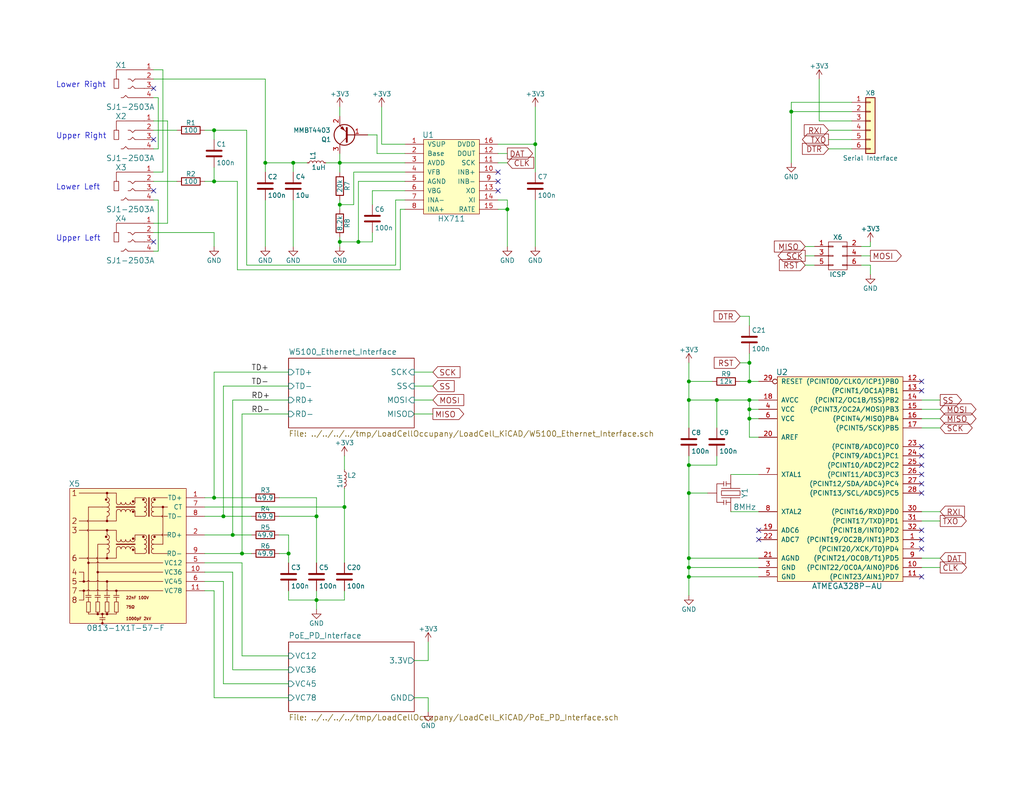
<source format=kicad_sch>
(kicad_sch (version 20230121) (generator eeschema)
  (paper "USLetter")
  (title_block (title "Load Cell Occupancy Sensor") (date "2018-03-17") (rev "4") (company "Alex M."))
  (lib_symbols
    (symbol "LoadCell-rescue:+3.3V" (power) (pin_names (offset 0))
      (property "Value" "+3.3V" (at 0 3.556 0))
      (symbol "+3.3V_1_1"
        (pin power_in line (at 0 0 90) (length 0) hide (name "+3V3") (number "1"))
      )
    )
    (symbol "LoadCell-rescue:0813-1X1T-57-F" (pin_names (offset 1.016))
      (property "Reference" "X" (at -13.97 21.59 0))
      (property "Value" "0813-1X1T-57-F" (at 0 -17.78 0))
      (symbol "0813-1X1T-57-F_0_0"
        (text "1" (at -13.97 19.05 0) (effects (font (size 1.524 1.524))))
        (text "1000pF 2kV" (at 0 -15.24 0) (effects (font (size 0.762 0.762)) (justify left)))
        (text "2" (at -13.97 11.43 0) (effects (font (size 1.524 1.524))))
        (text "22nF 100V" (at 0 -9.525 0) (effects (font (size 0.762 0.762)) (justify left)))
        (text "3" (at -13.97 8.89 0) (effects (font (size 1.524 1.524))))
        (text "4" (at -13.97 -2.54 0) (effects (font (size 1.524 1.524))))
        (text "5" (at -13.97 -5.08 0) (effects (font (size 1.524 1.524))))
        (text "6" (at -13.97 1.27 0) (effects (font (size 1.524 1.524))))
        (text "7" (at -13.97 -7.62 0) (effects (font (size 1.524 1.524))))
        (text "75Ω" (at 0 -12.065 0) (effects (font (size 0.762 0.762)) (justify left)))
        (text "8" (at -13.97 -10.16 0) (effects (font (size 1.524 1.524))))
      )
      (symbol "0813-1X1T-57-F_1_1"
        (pin input line (at 21.59 17.78 180) (length 5.08) (name "TD+") (number "1"))
        (pin power_out line (at 21.59 -2.54 180) (length 5.08) (name "VC36") (number "10"))
        (pin power_out line (at 21.59 -7.62 180) (length 5.08) (name "VC78") (number "11"))
        (pin input line (at 21.59 7.62 180) (length 5.08) (name "RD+") (number "2"))
        (pin power_out line (at 21.59 0 180) (length 5.08) (name "VC12") (number "5"))
        (pin power_out line (at 21.59 -5.08 180) (length 5.08) (name "VC45") (number "6"))
        (pin input line (at 21.59 15.24 180) (length 5.08) (name "CT") (number "7"))
        (pin input line (at 21.59 12.7 180) (length 5.08) (name "TD-") (number "8"))
        (pin input line (at 21.59 2.54 180) (length 5.08) (name "RD-") (number "9"))
      )
    )
    (symbol "LoadCell-rescue:ATMEGA328P-AU-RESCUE-LoadCell" (pin_names (offset 1.016))
      (property "Reference" "U" (at -16.51 26.67 0))
      (property "Value" "ATMEGA328P-AU-RESCUE-LoadCell" (at 1.27 -31.75 0))
      (symbol "ATMEGA328P-AU-RESCUE-LoadCell_1_1"
        (pin bidirectional line (at 21.59 -19.05 180) (length 5.08) (name "(PCINT19/OC2B/INT1)PD3") (number "1"))
        (pin bidirectional line (at 21.59 -26.67 180) (length 5.08) (name "(PCINT22/OC0A/AIN0)PD6") (number "10"))
        (pin bidirectional line (at 21.59 -29.21 180) (length 5.08) (name "(PCINT23/AIN1)PD7") (number "11"))
        (pin bidirectional line (at 21.59 24.13 180) (length 5.08) (name "(PCINTO0/CLK0/ICP1)PB0") (number "12"))
        (pin bidirectional line (at 21.59 21.59 180) (length 5.08) (name "(PCINT1/OC1A)PB1") (number "13"))
        (pin bidirectional line (at 21.59 19.05 180) (length 5.08) (name "(PCINT2/OC1B/!SS)PB2") (number "14"))
        (pin bidirectional line (at 21.59 16.51 180) (length 5.08) (name "(PCINT3/OC2A/MOSI)PB3") (number "15"))
        (pin bidirectional line (at 21.59 13.97 180) (length 5.08) (name "(PCINT4/MISO)PB4") (number "16"))
        (pin bidirectional line (at 21.59 11.43 180) (length 5.08) (name "(PCINT5/SCK)PB5") (number "17"))
        (pin power_in line (at -22.86 19.05 0) (length 5.08) (name "AVCC") (number "18"))
        (pin input line (at -22.86 -16.51 0) (length 5.08) (name "ADC6") (number "19"))
        (pin bidirectional line (at 21.59 -21.59 180) (length 5.08) (name "(PCINT20/XCK/T0)PD4") (number "2"))
        (pin input line (at -22.86 8.89 0) (length 5.08) (name "AREF") (number "20"))
        (pin power_in line (at -22.86 -24.13 0) (length 5.08) (name "AGND") (number "21"))
        (pin input line (at -22.86 -19.05 0) (length 5.08) (name "ADC7") (number "22"))
        (pin bidirectional line (at 21.59 6.35 180) (length 5.08) (name "(PCINT8/ADC0)PC0") (number "23"))
        (pin bidirectional line (at 21.59 3.81 180) (length 5.08) (name "(PCINT9/ADC1)PC1") (number "24"))
        (pin bidirectional line (at 21.59 1.27 180) (length 5.08) (name "(PCINT10/ADC2)PC2") (number "25"))
        (pin bidirectional line (at 21.59 -1.27 180) (length 5.08) (name "(PCINT11/ADC3)PC3") (number "26"))
        (pin bidirectional line (at 21.59 -3.81 180) (length 5.08) (name "(PCINT12/SDA/ADC4)PC4") (number "27"))
        (pin bidirectional line (at 21.59 -6.35 180) (length 5.08) (name "(PCINT13/SCL/ADC5)PC5") (number "28"))
        (pin input inverted (at -22.86 24.13 0) (length 5.08) (name "RESET") (number "29"))
        (pin power_in line (at -22.86 -26.67 0) (length 5.08) (name "GND") (number "3"))
        (pin bidirectional line (at 21.59 -11.43 180) (length 5.08) (name "(PCINT16/RXD)PD0") (number "30"))
        (pin bidirectional line (at 21.59 -13.97 180) (length 5.08) (name "(PCINT17/TXD)PD1") (number "31"))
        (pin bidirectional line (at 21.59 -16.51 180) (length 5.08) (name "(PCINT18/INT0)PD2") (number "32"))
        (pin power_in line (at -22.86 16.51 0) (length 5.08) (name "VCC") (number "4"))
        (pin power_in line (at -22.86 -29.21 0) (length 5.08) (name "GND") (number "5"))
        (pin power_in line (at -22.86 13.97 0) (length 5.08) (name "VCC") (number "6"))
        (pin bidirectional line (at -22.86 -1.27 0) (length 5.08) (name "XTAL1") (number "7"))
        (pin bidirectional line (at -22.86 -11.43 0) (length 5.08) (name "XTAL2") (number "8"))
        (pin bidirectional line (at 21.59 -24.13 180) (length 5.08) (name "(PCINT21/OC0B/T1)PD5") (number "9"))
      )
    )
    (symbol "LoadCell-rescue:C" (pin_numbers hide) (pin_names (offset 0.254))
      (property "Reference" "C" (at 0.635 2.54 0))
      (property "Value" "C" (at 0.635 -2.54 0))
      (symbol "C_1_1"
        (pin passive line (at 0 3.81 270) (length 2.794) (name "~") (number "1"))
        (pin passive line (at 0 -3.81 90) (length 2.794) (name "~") (number "2"))
      )
    )
    (symbol "LoadCell-rescue:CONN_02X03" (pin_names (offset 0.0254) hide)
      (property "Reference" "P" (at 0 5.08 0))
      (property "Value" "CONN_02X03" (at 0 -5.08 0))
      (symbol "CONN_02X03_1_1"
        (pin passive line (at -6.35 2.54 0) (length 3.81) (name "P1") (number "1"))
        (pin passive line (at 6.35 2.54 180) (length 3.81) (name "P2") (number "2"))
        (pin passive line (at -6.35 0 0) (length 3.81) (name "P3") (number "3"))
        (pin passive line (at 6.35 0 180) (length 3.81) (name "P4") (number "4"))
        (pin passive line (at -6.35 -2.54 0) (length 3.81) (name "P5") (number "5"))
        (pin passive line (at 6.35 -2.54 180) (length 3.81) (name "P6") (number "6"))
      )
    )
    (symbol "LoadCell-rescue:Conn_01x06" (pin_names (offset 1.016) hide)
      (property "Reference" "J" (at 0 7.62 0))
      (property "Value" "Conn_01x06" (at 0 -10.16 0))
      (symbol "Conn_01x06_1_1"
        (pin passive line (at -5.08 5.08 0) (length 3.81) (name "Pin_1") (number "1"))
        (pin passive line (at -5.08 2.54 0) (length 3.81) (name "Pin_2") (number "2"))
        (pin passive line (at -5.08 0 0) (length 3.81) (name "Pin_3") (number "3"))
        (pin passive line (at -5.08 -2.54 0) (length 3.81) (name "Pin_4") (number "4"))
        (pin passive line (at -5.08 -5.08 0) (length 3.81) (name "Pin_5") (number "5"))
        (pin passive line (at -5.08 -7.62 0) (length 3.81) (name "Pin_6") (number "6"))
      )
    )
    (symbol "LoadCell-rescue:GND" (power) (pin_names (offset 0))
      (property "Value" "GND" (at 0 -3.81 0))
      (symbol "GND_1_1"
        (pin power_in line (at 0 0 270) (length 0) hide (name "GND") (number "1"))
      )
    )
    (symbol "LoadCell-rescue:HX711" (pin_names (offset 1.016))
      (property "Reference" "U" (at -6.35 11.43 0))
      (property "Value" "HX711" (at 0 -11.43 0))
      (symbol "HX711_1_1"
        (pin power_in line (at -12.7 8.89 0) (length 5.08) (name "VSUP") (number "1"))
        (pin input line (at 12.7 1.27 180) (length 5.08) (name "INB+") (number "10"))
        (pin input line (at 12.7 3.81 180) (length 5.08) (name "SCK") (number "11"))
        (pin output line (at 12.7 6.35 180) (length 5.08) (name "DOUT") (number "12"))
        (pin bidirectional line (at 12.7 -3.81 180) (length 5.08) (name "XO") (number "13"))
        (pin bidirectional line (at 12.7 -6.35 180) (length 5.08) (name "XI") (number "14"))
        (pin input line (at 12.7 -8.89 180) (length 5.08) (name "RATE") (number "15"))
        (pin power_in line (at 12.7 8.89 180) (length 5.08) (name "DVDD") (number "16"))
        (pin output line (at -12.7 6.35 0) (length 5.08) (name "Base") (number "2"))
        (pin power_in line (at -12.7 3.81 0) (length 5.08) (name "AVDD") (number "3"))
        (pin input line (at -12.7 1.27 0) (length 5.08) (name "VFB") (number "4"))
        (pin input line (at -12.7 -1.27 0) (length 5.08) (name "AGND") (number "5"))
        (pin output line (at -12.7 -3.81 0) (length 5.08) (name "VBG") (number "6"))
        (pin input line (at -12.7 -6.35 0) (length 5.08) (name "INA-") (number "7"))
        (pin input line (at -12.7 -8.89 0) (length 5.08) (name "INA+") (number "8"))
        (pin input line (at 12.7 -1.27 180) (length 5.08) (name "INB-") (number "9"))
      )
    )
    (symbol "LoadCell-rescue:L_Small" (pin_numbers hide) (pin_names (offset 0.254) hide)
      (property "Reference" "L" (at 0.762 1.016 0))
      (property "Value" "L_Small" (at 0.762 -1.016 0))
      (symbol "L_Small_1_1"
        (pin passive line (at 0 2.54 270) (length 0.508) (name "~") (number "1"))
        (pin passive line (at 0 -2.54 90) (length 0.508) (name "~") (number "2"))
      )
    )
    (symbol "LoadCell-rescue:Q_PNP_BEC" (pin_names (offset 0) hide)
      (property "Reference" "Q" (at 5.08 1.27 0))
      (property "Value" "Q_PNP_BEC" (at 5.08 -1.27 0))
      (symbol "Q_PNP_BEC_1_1"
        (pin input line (at -5.08 0 0) (length 5.715) (name "B") (number "1"))
        (pin passive line (at 2.54 -5.08 90) (length 2.54) (name "E") (number "2"))
        (pin passive line (at 2.54 5.08 270) (length 2.54) (name "C") (number "3"))
      )
    )
    (symbol "LoadCell-rescue:R" (pin_numbers hide) (pin_names (offset 0))
      (property "Reference" "R" (at 2.032 0 90))
      (property "Value" "R" (at 0 0 90))
      (symbol "R_1_1"
        (pin passive line (at 0 3.81 270) (length 1.27) (name "~") (number "1"))
        (pin passive line (at 0 -3.81 90) (length 1.27) (name "~") (number "2"))
      )
    )
    (symbol "LoadCell-rescue:Resonator-RESCUE-LoadCell" (pin_numbers hide) (pin_names (offset 1.016))
      (property "Reference" "Y" (at 0 3.81 0))
      (property "Value" "Resonator-RESCUE-LoadCell" (at 3.81 6.35 0))
      (symbol "Resonator-RESCUE-LoadCell_1_1"
        (pin output line (at -5.08 0 0) (length 2.54) (name "~") (number "1"))
        (pin power_in line (at 0 -6.35 90) (length 2.54) (name "~") (number "2"))
        (pin output line (at 5.08 0 180) (length 2.54) (name "~") (number "3"))
      )
    )
    (symbol "LoadCell-rescue:SJ1-2503A" (pin_names (offset 1.016) hide)
      (property "Reference" "X" (at 0 5.08 0))
      (property "Value" "SJ1-2503A" (at 2.54 -6.35 0))
      (symbol "SJ1-2503A_1_1"
        (pin bidirectional line (at 8.89 3.81 180) (length 2.54) (name "Case") (number "1"))
        (pin bidirectional line (at 8.89 1.27 180) (length 2.54) (name "~") (number "2"))
        (pin bidirectional line (at 8.89 -1.27 180) (length 2.54) (name "~") (number "3"))
        (pin bidirectional line (at 8.89 -3.81 180) (length 2.54) (name "~") (number "4"))
      )
    )
  )
  (junction (at 86.36 140.97))
  (junction (at 204.47 104.14))
  (junction (at 187.96 109.22))
  (junction (at 66.04 151.13))
  (junction (at 204.47 109.22))
  (junction (at 78.74 151.13))
  (junction (at 187.96 152.4))
  (junction (at 138.43 57.15))
  (junction (at 92.71 66.04))
  (junction (at 204.47 114.3))
  (junction (at 92.71 55.88))
  (junction (at 72.39 44.45))
  (junction (at 187.96 154.94))
  (junction (at 63.5 146.05))
  (junction (at 204.47 111.76))
  (junction (at 58.42 35.56))
  (junction (at 187.96 127))
  (junction (at 86.36 163.83))
  (junction (at 92.71 44.45))
  (junction (at 187.96 134.62))
  (junction (at 195.58 109.22))
  (junction (at 60.96 140.97))
  (junction (at 215.9 30.48))
  (junction (at 80.01 44.45))
  (junction (at 146.05 39.37))
  (junction (at 204.47 99.06))
  (junction (at 93.98 138.43))
  (junction (at 97.79 66.04))
  (junction (at 58.42 135.89))
  (junction (at 58.42 49.53))
  (junction (at 187.96 104.14))
  (junction (at 187.96 157.48))
  (no_connect (at 251.46 157.48))
  (no_connect (at 207.01 144.78))
  (no_connect (at 251.46 104.14))
  (no_connect (at 135.89 52.07))
  (no_connect (at 251.46 132.08))
  (no_connect (at 251.46 147.32))
  (no_connect (at 135.89 49.53))
  (no_connect (at 135.89 46.99))
  (no_connect (at 251.46 124.46))
  (no_connect (at 251.46 149.86))
  (no_connect (at 41.91 52.07))
  (no_connect (at 251.46 144.78))
  (no_connect (at 251.46 106.68))
  (no_connect (at 41.91 66.04))
  (no_connect (at 251.46 129.54))
  (no_connect (at 41.91 38.1))
  (no_connect (at 41.91 24.13))
  (no_connect (at 251.46 134.62))
  (no_connect (at 251.46 127))
  (no_connect (at 207.01 147.32))
  (no_connect (at 251.46 121.92))
  (wire (pts (xy 187.96 109.22) (xy 187.96 116.84)))
  (wire (pts (xy 187.96 109.22) (xy 195.58 109.22)))
  (wire (pts (xy 215.9 30.48) (xy 215.9 44.45)))
  (wire (pts (xy 187.96 157.48) (xy 187.96 162.56)))
  (wire (pts (xy 204.47 114.3) (xy 204.47 119.38)))
  (wire (pts (xy 107.95 72.39) (xy 67.31 72.39)))
  (wire (pts (xy 55.88 49.53) (xy 58.42 49.53)))
  (wire (pts (xy 101.6 55.88) (xy 101.6 52.07)))
  (wire (pts (xy 58.42 161.29) (xy 55.88 161.29)))
  (wire (pts (xy 78.74 101.6) (xy 58.42 101.6)))
  (wire (pts (xy 45.72 33.02) (xy 41.91 33.02)))
  (wire (pts (xy 63.5 182.88) (xy 78.74 182.88)))
  (wire (pts (xy 41.91 46.99) (xy 44.45 46.99)))
  (wire (pts (xy 113.03 101.6) (xy 118.11 101.6)))
  (wire (pts (xy 43.18 54.61) (xy 41.91 54.61)))
  (wire (pts (xy 58.42 35.56) (xy 58.42 38.1)))
  (wire (pts (xy 93.98 138.43) (xy 93.98 153.67)))
  (wire (pts (xy 41.91 63.5) (xy 58.42 63.5)))
  (wire (pts (xy 41.91 35.56) (xy 48.26 35.56)))
  (wire (pts (xy 251.46 111.76) (xy 256.54 111.76)))
  (wire (pts (xy 251.46 152.4) (xy 256.54 152.4)))
  (wire (pts (xy 109.22 57.15) (xy 109.22 73.66)))
  (wire (pts (xy 92.71 31.75) (xy 92.71 29.21)))
  (wire (pts (xy 187.96 134.62) (xy 193.04 134.62)))
  (wire (pts (xy 110.49 54.61) (xy 107.95 54.61)))
  (wire (pts (xy 45.72 60.96) (xy 45.72 33.02)))
  (wire (pts (xy 215.9 27.94) (xy 215.9 30.48)))
  (wire (pts (xy 44.45 46.99) (xy 44.45 19.05)))
  (wire (pts (xy 92.71 66.04) (xy 92.71 67.31)))
  (wire (pts (xy 232.41 33.02) (xy 223.52 33.02)))
  (wire (pts (xy 78.74 151.13) (xy 78.74 153.67)))
  (wire (pts (xy 88.9 44.45) (xy 92.71 44.45)))
  (wire (pts (xy 43.18 26.67) (xy 41.91 26.67)))
  (wire (pts (xy 232.41 30.48) (xy 215.9 30.48)))
  (wire (pts (xy 237.49 72.39) (xy 237.49 74.93)))
  (wire (pts (xy 67.31 72.39) (xy 67.31 35.56)))
  (wire (pts (xy 92.71 64.77) (xy 92.71 66.04)))
  (wire (pts (xy 92.71 54.61) (xy 92.71 55.88)))
  (wire (pts (xy 187.96 134.62) (xy 187.96 152.4)))
  (wire (pts (xy 201.93 104.14) (xy 204.47 104.14)))
  (wire (pts (xy 113.03 109.22) (xy 118.11 109.22)))
  (wire (pts (xy 237.49 67.31) (xy 237.49 66.04)))
  (wire (pts (xy 80.01 67.31) (xy 80.01 54.61)))
  (wire (pts (xy 204.47 99.06) (xy 204.47 104.14)))
  (wire (pts (xy 66.04 153.67) (xy 55.88 153.67)))
  (wire (pts (xy 86.36 135.89) (xy 86.36 140.97)))
  (wire (pts (xy 41.91 40.64) (xy 43.18 40.64)))
  (wire (pts (xy 207.01 114.3) (xy 204.47 114.3)))
  (wire (pts (xy 80.01 44.45) (xy 83.82 44.45)))
  (wire (pts (xy 223.52 33.02) (xy 223.52 21.59)))
  (wire (pts (xy 63.5 182.88) (xy 63.5 156.21)))
  (wire (pts (xy 101.6 66.04) (xy 101.6 63.5)))
  (wire (pts (xy 195.58 124.46) (xy 195.58 127)))
  (wire (pts (xy 86.36 163.83) (xy 86.36 166.37)))
  (wire (pts (xy 55.88 138.43) (xy 93.98 138.43)))
  (wire (pts (xy 55.88 35.56) (xy 58.42 35.56)))
  (wire (pts (xy 97.79 49.53) (xy 97.79 66.04)))
  (wire (pts (xy 96.52 46.99) (xy 110.49 46.99)))
  (wire (pts (xy 219.71 69.85) (xy 222.25 69.85)))
  (wire (pts (xy 138.43 54.61) (xy 138.43 57.15)))
  (wire (pts (xy 96.52 55.88) (xy 92.71 55.88)))
  (wire (pts (xy 63.5 109.22) (xy 63.5 146.05)))
  (wire (pts (xy 226.06 40.64) (xy 232.41 40.64)))
  (wire (pts (xy 116.84 175.26) (xy 116.84 180.34)))
  (wire (pts (xy 187.96 154.94) (xy 187.96 157.48)))
  (wire (pts (xy 92.71 41.91) (xy 92.71 44.45)))
  (wire (pts (xy 93.98 133.35) (xy 93.98 138.43)))
  (wire (pts (xy 204.47 96.52) (xy 204.47 99.06)))
  (wire (pts (xy 55.88 135.89) (xy 58.42 135.89)))
  (wire (pts (xy 207.01 139.7) (xy 199.39 139.7)))
  (wire (pts (xy 76.2 135.89) (xy 86.36 135.89)))
  (wire (pts (xy 80.01 44.45) (xy 80.01 46.99)))
  (wire (pts (xy 78.74 146.05) (xy 78.74 151.13)))
  (wire (pts (xy 226.06 35.56) (xy 232.41 35.56)))
  (wire (pts (xy 60.96 105.41) (xy 60.96 140.97)))
  (wire (pts (xy 58.42 63.5) (xy 58.42 67.31)))
  (wire (pts (xy 101.6 52.07) (xy 110.49 52.07)))
  (wire (pts (xy 86.36 140.97) (xy 86.36 153.67)))
  (wire (pts (xy 60.96 158.75) (xy 55.88 158.75)))
  (wire (pts (xy 138.43 57.15) (xy 138.43 67.31)))
  (wire (pts (xy 58.42 49.53) (xy 58.42 45.72)))
  (wire (pts (xy 107.95 54.61) (xy 107.95 72.39)))
  (wire (pts (xy 187.96 157.48) (xy 207.01 157.48)))
  (wire (pts (xy 63.5 146.05) (xy 68.58 146.05)))
  (wire (pts (xy 72.39 44.45) (xy 72.39 46.99)))
  (wire (pts (xy 58.42 49.53) (xy 64.77 49.53)))
  (wire (pts (xy 187.96 127) (xy 187.96 134.62)))
  (wire (pts (xy 86.36 161.29) (xy 86.36 163.83)))
  (wire (pts (xy 219.71 72.39) (xy 222.25 72.39)))
  (wire (pts (xy 86.36 163.83) (xy 93.98 163.83)))
  (wire (pts (xy 58.42 190.5) (xy 58.42 161.29)))
  (wire (pts (xy 63.5 156.21) (xy 55.88 156.21)))
  (wire (pts (xy 55.88 146.05) (xy 63.5 146.05)))
  (wire (pts (xy 251.46 116.84) (xy 256.54 116.84)))
  (wire (pts (xy 204.47 111.76) (xy 204.47 114.3)))
  (wire (pts (xy 109.22 73.66) (xy 64.77 73.66)))
  (wire (pts (xy 97.79 66.04) (xy 101.6 66.04)))
  (wire (pts (xy 76.2 151.13) (xy 78.74 151.13)))
  (wire (pts (xy 113.03 105.41) (xy 118.11 105.41)))
  (wire (pts (xy 102.87 41.91) (xy 110.49 41.91)))
  (wire (pts (xy 60.96 186.69) (xy 60.96 158.75)))
  (wire (pts (xy 96.52 46.99) (xy 96.52 55.88)))
  (wire (pts (xy 251.46 139.7) (xy 256.54 139.7)))
  (wire (pts (xy 207.01 111.76) (xy 204.47 111.76)))
  (wire (pts (xy 60.96 140.97) (xy 68.58 140.97)))
  (wire (pts (xy 251.46 142.24) (xy 256.54 142.24)))
  (wire (pts (xy 63.5 109.22) (xy 78.74 109.22)))
  (wire (pts (xy 66.04 179.07) (xy 78.74 179.07)))
  (wire (pts (xy 93.98 128.27) (xy 93.98 124.46)))
  (wire (pts (xy 219.71 67.31) (xy 222.25 67.31)))
  (wire (pts (xy 232.41 27.94) (xy 215.9 27.94)))
  (wire (pts (xy 146.05 29.21) (xy 146.05 39.37)))
  (wire (pts (xy 66.04 179.07) (xy 66.04 153.67)))
  (wire (pts (xy 234.95 72.39) (xy 237.49 72.39)))
  (wire (pts (xy 72.39 44.45) (xy 80.01 44.45)))
  (wire (pts (xy 146.05 39.37) (xy 146.05 46.99)))
  (wire (pts (xy 55.88 151.13) (xy 66.04 151.13)))
  (wire (pts (xy 92.71 66.04) (xy 97.79 66.04)))
  (wire (pts (xy 41.91 49.53) (xy 48.26 49.53)))
  (wire (pts (xy 251.46 109.22) (xy 256.54 109.22)))
  (wire (pts (xy 187.96 154.94) (xy 207.01 154.94)))
  (wire (pts (xy 204.47 119.38) (xy 207.01 119.38)))
  (wire (pts (xy 135.89 39.37) (xy 146.05 39.37)))
  (wire (pts (xy 251.46 114.3) (xy 256.54 114.3)))
  (wire (pts (xy 97.79 49.53) (xy 110.49 49.53)))
  (wire (pts (xy 72.39 54.61) (xy 72.39 67.31)))
  (wire (pts (xy 76.2 140.97) (xy 86.36 140.97)))
  (wire (pts (xy 110.49 57.15) (xy 109.22 57.15)))
  (wire (pts (xy 92.71 44.45) (xy 110.49 44.45)))
  (wire (pts (xy 226.06 38.1) (xy 232.41 38.1)))
  (wire (pts (xy 64.77 73.66) (xy 64.77 49.53)))
  (wire (pts (xy 251.46 154.94) (xy 256.54 154.94)))
  (wire (pts (xy 43.18 40.64) (xy 43.18 26.67)))
  (wire (pts (xy 55.88 140.97) (xy 60.96 140.97)))
  (wire (pts (xy 78.74 146.05) (xy 76.2 146.05)))
  (wire (pts (xy 116.84 180.34) (xy 113.03 180.34)))
  (wire (pts (xy 58.42 190.5) (xy 78.74 190.5)))
  (wire (pts (xy 58.42 135.89) (xy 68.58 135.89)))
  (wire (pts (xy 135.89 57.15) (xy 138.43 57.15)))
  (wire (pts (xy 92.71 55.88) (xy 92.71 57.15)))
  (wire (pts (xy 116.84 190.5) (xy 116.84 194.31)))
  (wire (pts (xy 201.93 86.36) (xy 204.47 86.36)))
  (wire (pts (xy 201.93 99.06) (xy 204.47 99.06)))
  (wire (pts (xy 60.96 186.69) (xy 78.74 186.69)))
  (wire (pts (xy 113.03 113.03) (xy 118.11 113.03)))
  (wire (pts (xy 66.04 113.03) (xy 66.04 151.13)))
  (wire (pts (xy 113.03 190.5) (xy 116.84 190.5)))
  (wire (pts (xy 78.74 163.83) (xy 86.36 163.83)))
  (wire (pts (xy 199.39 129.54) (xy 207.01 129.54)))
  (wire (pts (xy 92.71 44.45) (xy 92.71 46.99)))
  (wire (pts (xy 43.18 68.58) (xy 43.18 54.61)))
  (wire (pts (xy 187.96 99.06) (xy 187.96 104.14)))
  (wire (pts (xy 41.91 60.96) (xy 45.72 60.96)))
  (wire (pts (xy 195.58 109.22) (xy 204.47 109.22)))
  (wire (pts (xy 234.95 67.31) (xy 237.49 67.31)))
  (wire (pts (xy 204.47 104.14) (xy 207.01 104.14)))
  (wire (pts (xy 187.96 152.4) (xy 187.96 154.94)))
  (wire (pts (xy 187.96 124.46) (xy 187.96 127)))
  (wire (pts (xy 135.89 41.91) (xy 138.43 41.91)))
  (wire (pts (xy 41.91 68.58) (xy 43.18 68.58)))
  (wire (pts (xy 135.89 54.61) (xy 138.43 54.61)))
  (wire (pts (xy 195.58 116.84) (xy 195.58 109.22)))
  (wire (pts (xy 102.87 41.91) (xy 102.87 36.83)))
  (wire (pts (xy 104.14 39.37) (xy 104.14 29.21)))
  (wire (pts (xy 204.47 109.22) (xy 204.47 111.76)))
  (wire (pts (xy 72.39 21.59) (xy 72.39 44.45)))
  (wire (pts (xy 58.42 101.6) (xy 58.42 135.89)))
  (wire (pts (xy 146.05 54.61) (xy 146.05 67.31)))
  (wire (pts (xy 78.74 161.29) (xy 78.74 163.83)))
  (wire (pts (xy 41.91 21.59) (xy 72.39 21.59)))
  (wire (pts (xy 204.47 86.36) (xy 204.47 88.9)))
  (wire (pts (xy 66.04 113.03) (xy 78.74 113.03)))
  (wire (pts (xy 58.42 35.56) (xy 67.31 35.56)))
  (wire (pts (xy 135.89 44.45) (xy 138.43 44.45)))
  (wire (pts (xy 102.87 36.83) (xy 100.33 36.83)))
  (wire (pts (xy 66.04 151.13) (xy 68.58 151.13)))
  (wire (pts (xy 234.95 69.85) (xy 237.49 69.85)))
  (wire (pts (xy 194.31 104.14) (xy 187.96 104.14)))
  (wire (pts (xy 204.47 109.22) (xy 207.01 109.22)))
  (wire (pts (xy 195.58 127) (xy 187.96 127)))
  (wire (pts (xy 187.96 104.14) (xy 187.96 109.22)))
  (wire (pts (xy 187.96 152.4) (xy 207.01 152.4)))
  (wire (pts (xy 60.96 105.41) (xy 78.74 105.41)))
  (wire (pts (xy 93.98 163.83) (xy 93.98 161.29)))
  (wire (pts (xy 44.45 19.05) (xy 41.91 19.05)))
  (wire (pts (xy 104.14 39.37) (xy 110.49 39.37)))
  (text "Lower Right" (at 15.24 24.13 0) (effects (font (size 1.524 1.524)) (justify left bottom)))
  (text "Lower Left" (at 15.24 52.07 0) (effects (font (size 1.524 1.524)) (justify left bottom)))
  (text "Upper Right" (at 15.24 38.1 0) (effects (font (size 1.524 1.524)) (justify left bottom)))
  (text "Upper Left" (at 15.24 66.04 0) (effects (font (size 1.524 1.524)) (justify left bottom)))
  (label "TD+" (at 68.58 101.6 0) (effects (font (size 1.524 1.524))))
  (label "TD-" (at 68.58 105.41 0) (effects (font (size 1.524 1.524))))
  (label "RD-" (at 68.58 113.03 0) (effects (font (size 1.524 1.524))))
  (label "RD+" (at 68.58 109.22 0) (effects (font (size 1.524 1.524))))
  (global_label "MOSI" (shape input) (at 118.11 109.22 0) (effects (font (size 1.524 1.524))) (property "Intersheetrefs" "${INTERSHEET_REFS}" (effects hide)))
  (global_label "SS" (shape output) (at 256.54 109.22 0) (effects (font (size 1.524 1.524))) (property "Intersheetrefs" "${INTERSHEET_REFS}" (effects hide)))
  (global_label "MOSI" (shape bidirectional) (at 256.54 111.76 0) (effects (font (size 1.524 1.524))) (property "Intersheetrefs" "${INTERSHEET_REFS}" (effects hide)))
  (global_label "DAT" (shape output) (at 138.43 41.91 0) (effects (font (size 1.524 1.524))) (property "Intersheetrefs" "${INTERSHEET_REFS}" (effects hide)))
  (global_label "CLK" (shape output) (at 256.54 154.94 0) (effects (font (size 1.524 1.524))) (property "Intersheetrefs" "${INTERSHEET_REFS}" (effects hide)))
  (global_label "SCK" (shape output) (at 219.71 69.85 180) (effects (font (size 1.524 1.524))) (property "Intersheetrefs" "${INTERSHEET_REFS}" (effects hide)))
  (global_label "RXI" (shape input) (at 226.06 35.56 180) (effects (font (size 1.524 1.524))) (property "Intersheetrefs" "${INTERSHEET_REFS}" (effects hide)))
  (global_label "RST" (shape input) (at 201.93 99.06 180) (effects (font (size 1.524 1.524))) (property "Intersheetrefs" "${INTERSHEET_REFS}" (effects hide)))
  (global_label "MOSI" (shape output) (at 237.49 69.85 0) (effects (font (size 1.524 1.524))) (property "Intersheetrefs" "${INTERSHEET_REFS}" (effects hide)))
  (global_label "SCK" (shape bidirectional) (at 256.54 116.84 0) (effects (font (size 1.524 1.524))) (property "Intersheetrefs" "${INTERSHEET_REFS}" (effects hide)))
  (global_label "MISO" (shape output) (at 118.11 113.03 0) (effects (font (size 1.524 1.524))) (property "Intersheetrefs" "${INTERSHEET_REFS}" (effects hide)))
  (global_label "SCK" (shape input) (at 118.11 101.6 0) (effects (font (size 1.524 1.524))) (property "Intersheetrefs" "${INTERSHEET_REFS}" (effects hide)))
  (global_label "DTR" (shape input) (at 226.06 40.64 180) (effects (font (size 1.524 1.524))) (property "Intersheetrefs" "${INTERSHEET_REFS}" (effects hide)))
  (global_label "CLK" (shape input) (at 138.43 44.45 0) (effects (font (size 1.524 1.524))) (property "Intersheetrefs" "${INTERSHEET_REFS}" (effects hide)))
  (global_label "MISO" (shape bidirectional) (at 256.54 114.3 0) (effects (font (size 1.524 1.524))) (property "Intersheetrefs" "${INTERSHEET_REFS}" (effects hide)))
  (global_label "TXO" (shape output) (at 256.54 142.24 0) (effects (font (size 1.524 1.524))) (property "Intersheetrefs" "${INTERSHEET_REFS}" (effects hide)))
  (global_label "DAT" (shape input) (at 256.54 152.4 0) (effects (font (size 1.524 1.524))) (property "Intersheetrefs" "${INTERSHEET_REFS}" (effects hide)))
  (global_label "TXO" (shape output) (at 226.06 38.1 180) (effects (font (size 1.524 1.524))) (property "Intersheetrefs" "${INTERSHEET_REFS}" (effects hide)))
  (global_label "DTR" (shape input) (at 201.93 86.36 180) (effects (font (size 1.524 1.524))) (property "Intersheetrefs" "${INTERSHEET_REFS}" (effects hide)))
  (global_label "SS" (shape input) (at 118.11 105.41 0) (effects (font (size 1.524 1.524))) (property "Intersheetrefs" "${INTERSHEET_REFS}" (effects hide)))
  (global_label "MISO" (shape input) (at 219.71 67.31 180) (effects (font (size 1.524 1.524))) (property "Intersheetrefs" "${INTERSHEET_REFS}" (effects hide)))
  (global_label "RXI" (shape input) (at 256.54 139.7 0) (effects (font (size 1.524 1.524))) (property "Intersheetrefs" "${INTERSHEET_REFS}" (effects hide)))
  (global_label "RST" (shape input) (at 219.71 72.39 180) (effects (font (size 1.524 1.524))) (property "Intersheetrefs" "${INTERSHEET_REFS}" (effects hide)))
  (symbol (lib_id "LoadCell-rescue:R") (at 72.39 151.13 90) (unit 1)
    (property "Reference" "R6" (at 72.39 149.098 90))
    (property "Value" "49.9" (at 72.39 151.13 90))
    (property "Footprint" "Resistors_SMD:R_0805" (effects hide))
    (property "DigiKey Part Number" "RNCP0805FTD49R9CT-ND" (effects hide))
  )
  (symbol (lib_id "LoadCell-rescue:C") (at 78.74 157.48 0) (unit 1)
    (property "Reference" "C3" (at 79.375 154.94 0) (effects (justify left)))
    (property "Value" "100n" (at 79.375 160.02 0) (effects (justify left)))
    (property "Footprint" "Capacitors_SMD:C_0603" (effects hide))
    (property "DigiKey Part Number" "1276-1005-1-ND" (effects hide))
  )
  (symbol (lib_id "LoadCell-rescue:GND") (at 86.36 166.37 0) (unit 1)
    (property "Reference" "#PWR01" (effects hide))
    (property "Value" "GND" (at 86.36 170.18 0))
  )
  (symbol (lib_id "LoadCell-rescue:+3.3V") (at 93.98 124.46 0) (unit 1)
    (property "Reference" "#PWR02" (effects hide))
    (property "Value" "+3.3V" (at 93.98 120.904 0))
  )
  (symbol (lib_id "LoadCell-rescue:L_Small") (at 93.98 130.81 0) (unit 1)
    (property "Reference" "L2" (at 94.742 129.794 0) (effects (justify left)))
    (property "Value" "1uH" (at 92.71 133.35 90) (effects (justify left)))
    (property "Footprint" "Capacitors_SMD:C_0603" (effects hide))
    (property "DigiKey Part Number" "445-3163-1-ND" (effects hide))
  )
  (symbol (lib_id "LoadCell-rescue:0813-1X1T-57-F") (at 34.29 153.67 0) (unit 1)
    (property "Reference" "X5" (at 20.32 132.08 0) (effects (font (size 1.524 1.524))))
    (property "Value" "0813-1X1T-57-F" (at 34.29 171.45 0) (effects (font (size 1.524 1.524))))
    (property "Footprint" "AlexComponents:0813-1X1T-57-F_RJ45-Jack" (effects hide))
    (property "Datasheet" "http://belfuse.com/pdfs/0813-1X1T-57-F.pdf" (effects hide))
    (property "DigiKey Part Number" "507-1421-ND" (effects hide))
  )
  (symbol (lib_id "LoadCell-rescue:GND") (at 116.84 194.31 0) (unit 1)
    (property "Reference" "#PWR03" (effects hide))
    (property "Value" "GND" (at 116.84 198.12 0))
  )
  (symbol (lib_id "LoadCell-rescue:+3.3V") (at 116.84 175.26 0) (unit 1)
    (property "Reference" "#PWR04" (effects hide))
    (property "Value" "+3.3V" (at 116.84 171.704 0))
  )
  (symbol (lib_id "LoadCell-rescue:ATMEGA328P-AU-RESCUE-LoadCell") (at 229.87 128.27 0) (unit 1)
    (property "Reference" "U2" (at 213.36 101.6 0) (effects (font (size 1.524 1.524))))
    (property "Value" "ATMEGA328P-AU" (at 231.14 160.02 0) (effects (font (size 1.524 1.524))))
    (property "Footprint" "Housings_QFP:TQFP-32_7x7mm_Pitch0.8mm" (effects hide))
    (property "Datasheet" "http://www.atmel.com/images/Atmel-8271-8-bit-AVR-Microcontroller-ATmega48A-48PA-88A-88PA-168A-168PA-328-328P_datasheet_Complete.pdf" (effects hide))
    (property "DigiKey Part Number" "ATMEGA328P-AU-ND" (effects hide))
  )
  (symbol (lib_id "LoadCell-rescue:Resonator-RESCUE-LoadCell") (at 199.39 134.62 270) (unit 1)
    (property "Reference" "Y1" (at 203.2 134.62 0) (effects (font (size 1.524 1.524))))
    (property "Value" "8MHz" (at 203.2 138.43 90) (effects (font (size 1.524 1.524))))
    (property "Footprint" "AlexComponents:CERALOCK_CSTCE_Resonator" (effects hide))
    (property "Datasheet" "http://www.murata.com/~/media/webrenewal/support/library/catalog/products/timingdevice/ceralock/p16e.ashx" (effects hide))
    (property "DigiKey Part Number" "490-1195-1-ND" (effects hide))
  )
  (symbol (lib_id "LoadCell-rescue:C") (at 86.36 157.48 0) (unit 1)
    (property "Reference" "C5" (at 86.995 154.94 0) (effects (justify left)))
    (property "Value" "100n" (at 86.995 160.02 0) (effects (justify left)))
    (property "Footprint" "Capacitors_SMD:C_0603" (effects hide))
    (property "DigiKey Part Number" "1276-1005-1-ND" (effects hide))
  )
  (symbol (lib_id "LoadCell-rescue:R") (at 72.39 146.05 90) (unit 1)
    (property "Reference" "R5" (at 72.39 144.018 90))
    (property "Value" "49.9" (at 72.39 146.05 90))
    (property "Footprint" "Resistors_SMD:R_0805" (effects hide))
    (property "DigiKey Part Number" "RNCP0805FTD49R9CT-ND" (effects hide))
  )
  (symbol (lib_id "LoadCell-rescue:R") (at 72.39 140.97 90) (unit 1)
    (property "Reference" "R4" (at 72.39 138.938 90))
    (property "Value" "49.9" (at 72.39 140.97 90))
    (property "Footprint" "Resistors_SMD:R_0805" (effects hide))
    (property "DigiKey Part Number" "RNCP0805FTD49R9CT-ND" (effects hide))
  )
  (symbol (lib_id "LoadCell-rescue:R") (at 72.39 135.89 90) (unit 1)
    (property "Reference" "R3" (at 72.39 133.858 90))
    (property "Value" "49.9" (at 72.39 135.89 90))
    (property "Footprint" "Resistors_SMD:R_0805" (effects hide))
    (property "DigiKey Part Number" "RNCP0805FTD49R9CT-ND" (effects hide))
  )
  (symbol (lib_id "LoadCell-rescue:C") (at 195.58 120.65 0) (unit 1)
    (property "Reference" "C9" (at 196.215 118.11 0) (effects (justify left)))
    (property "Value" "100n" (at 196.215 123.19 0) (effects (justify left)))
    (property "Footprint" "Capacitors_SMD:C_0603" (effects hide))
    (property "DigiKey Part Number" "1276-1005-1-ND" (effects hide))
  )
  (symbol (lib_id "LoadCell-rescue:HX711") (at 123.19 48.26 0) (unit 1)
    (property "Reference" "U1" (at 116.84 36.83 0) (effects (font (size 1.524 1.524))))
    (property "Value" "HX711" (at 123.19 59.69 0) (effects (font (size 1.524 1.524))))
    (property "Footprint" "Housings_SOIC:SOIC-16_3.9x9.9mm_Pitch1.27mm" (effects hide))
    (property "Datasheet" "https://www.mouser.com/ds/2/813/hx711_english-1022875.pdf" (effects hide))
  )
  (symbol (lib_id "LoadCell-rescue:Q_PNP_BEC") (at 95.25 36.83 180) (unit 1)
    (property "Reference" "Q1" (at 87.63 38.1 0) (effects (justify right)))
    (property "Value" "MMBT4403" (at 80.01 35.56 0) (effects (justify right)))
    (property "Footprint" "TO_SOT_Packages_SMD:SOT-23" (effects hide))
    (property "Datasheet" "http://www.onsemi.com/pub/Collateral/MMBT4403LT1-D.PDF" (effects hide))
    (property "DigiKey Part Number" "MMBT4403LT3GOSCT-ND" (effects hide))
  )
  (symbol (lib_id "LoadCell-rescue:R") (at 198.12 104.14 90) (unit 1)
    (property "Reference" "R9" (at 198.12 102.108 90))
    (property "Value" "12k" (at 198.12 104.14 90))
    (property "Footprint" "Resistors_SMD:R_0603" (effects hide))
    (property "DigiKey Part Number" "311-12.0KHRCT-ND" (effects hide))
    (property "Tolerance" "1%" (effects hide))
  )
  (symbol (lib_id "LoadCell-rescue:+3.3V") (at 104.14 29.21 0) (unit 1)
    (property "Reference" "#PWR07" (effects hide))
    (property "Value" "+3.3V" (at 104.14 25.654 0))
  )
  (symbol (lib_id "LoadCell-rescue:+3.3V") (at 92.71 29.21 0) (unit 1)
    (property "Reference" "#PWR08" (effects hide))
    (property "Value" "+3.3V" (at 92.71 25.654 0))
  )
  (symbol (lib_id "LoadCell-rescue:L_Small") (at 86.36 44.45 90) (unit 1)
    (property "Reference" "L1" (at 85.344 43.688 0) (effects (justify left)))
    (property "Value" "1uH" (at 88.9 45.72 90) (effects (justify left)))
    (property "Footprint" "Capacitors_SMD:C_0603" (effects hide))
    (property "DigiKey Part Number" "445-3163-1-ND" (effects hide))
  )
  (symbol (lib_id "LoadCell-rescue:C") (at 72.39 50.8 0) (unit 1)
    (property "Reference" "C2" (at 73.025 48.26 0) (effects (justify left)))
    (property "Value" "100n" (at 73.025 53.34 0) (effects (justify left)))
    (property "Footprint" "Capacitors_SMD:C_0603" (effects hide))
    (property "DigiKey Part Number" "1276-1005-1-ND" (effects hide))
  )
  (symbol (lib_id "LoadCell-rescue:R") (at 92.71 50.8 0) (unit 1)
    (property "Reference" "R7" (at 94.742 50.8 90))
    (property "Value" "20k" (at 92.71 50.8 90))
    (property "Footprint" "Resistors_SMD:R_0603" (effects hide))
    (property "DigiKey Part Number" "311-20.0KHRCT-ND" (effects hide))
    (property "Tolerance" "1%" (effects hide))
  )
  (symbol (lib_id "LoadCell-rescue:R") (at 92.71 60.96 0) (unit 1)
    (property "Reference" "R8" (at 94.742 60.96 90))
    (property "Value" "8.2k" (at 92.71 60.96 90))
    (property "Footprint" "Resistors_SMD:R_0603" (effects hide))
    (property "DigiKey Part Number" "311-8.20KHRCT-ND" (effects hide))
    (property "Tolerance" "1%" (effects hide))
  )
  (symbol (lib_id "LoadCell-rescue:R") (at 52.07 35.56 90) (unit 1)
    (property "Reference" "R1" (at 52.07 33.528 90))
    (property "Value" "100" (at 52.07 35.56 90))
    (property "Footprint" "Resistors_SMD:R_0603" (effects hide))
    (property "DigiKey Part Number" "311-100HRCT-ND" (effects hide))
    (property "Tolerance" "1%" (effects hide))
  )
  (symbol (lib_id "LoadCell-rescue:R") (at 52.07 49.53 90) (unit 1)
    (property "Reference" "R2" (at 52.07 47.498 90))
    (property "Value" "100" (at 52.07 49.53 90))
    (property "Footprint" "Resistors_SMD:R_0603" (effects hide))
    (property "DigiKey Part Number" "311-100HRCT-ND" (effects hide))
    (property "Tolerance" "1%" (effects hide))
  )
  (symbol (lib_id "LoadCell-rescue:C") (at 80.01 50.8 0) (unit 1)
    (property "Reference" "C4" (at 80.645 48.26 0) (effects (justify left)))
    (property "Value" "10u" (at 80.645 53.34 0) (effects (justify left)))
    (property "Footprint" "Capacitors_SMD:C_0805" (effects hide))
    (property "DigiKey Part Number" "1276-6456-1-ND" (effects hide))
  )
  (symbol (lib_id "LoadCell-rescue:GND") (at 92.71 67.31 0) (unit 1)
    (property "Reference" "#PWR09" (effects hide))
    (property "Value" "GND" (at 92.71 71.12 0))
  )
  (symbol (lib_id "LoadCell-rescue:GND") (at 80.01 67.31 0) (unit 1)
    (property "Reference" "#PWR010" (effects hide))
    (property "Value" "GND" (at 80.01 71.12 0))
  )
  (symbol (lib_id "LoadCell-rescue:GND") (at 72.39 67.31 0) (unit 1)
    (property "Reference" "#PWR011" (effects hide))
    (property "Value" "GND" (at 72.39 71.12 0))
  )
  (symbol (lib_id "LoadCell-rescue:C") (at 58.42 41.91 0) (unit 1)
    (property "Reference" "C1" (at 59.055 39.37 0) (effects (justify left)))
    (property "Value" "100n" (at 59.055 44.45 0) (effects (justify left)))
    (property "Footprint" "Capacitors_SMD:C_0603" (effects hide))
    (property "DigiKey Part Number" "1276-1005-1-ND" (effects hide))
  )
  (symbol (lib_id "LoadCell-rescue:C") (at 101.6 59.69 0) (unit 1)
    (property "Reference" "C6" (at 102.235 57.15 0) (effects (justify left)))
    (property "Value" "100n" (at 102.235 62.23 0) (effects (justify left)))
    (property "Footprint" "Capacitors_SMD:C_0603" (effects hide))
    (property "DigiKey Part Number" "1276-1005-1-ND" (effects hide))
  )
  (symbol (lib_id "LoadCell-rescue:C") (at 187.96 120.65 0) (unit 1)
    (property "Reference" "C8" (at 188.595 118.11 0) (effects (justify left)))
    (property "Value" "100n" (at 188.595 123.19 0) (effects (justify left)))
    (property "Footprint" "Capacitors_SMD:C_0603" (effects hide))
    (property "DigiKey Part Number" "1276-1005-1-ND" (effects hide))
  )
  (symbol (lib_id "LoadCell-rescue:+3.3V") (at 187.96 99.06 0) (unit 1)
    (property "Reference" "#PWR05" (effects hide))
    (property "Value" "+3.3V" (at 187.96 95.504 0))
  )
  (symbol (lib_id "LoadCell-rescue:GND") (at 187.96 162.56 0) (unit 1)
    (property "Reference" "#PWR06" (effects hide))
    (property "Value" "GND" (at 187.96 166.37 0))
  )
  (symbol (lib_id "LoadCell-rescue:SJ1-2503A") (at 33.02 64.77 0) (unit 1)
    (property "Reference" "X4" (at 33.02 59.69 0) (effects (font (size 1.524 1.524))))
    (property "Value" "SJ1-2503A" (at 35.56 71.12 0) (effects (font (size 1.524 1.524))))
    (property "Footprint" "AlexComponents:SJ1-2503A" (effects hide))
    (property "Datasheet" "http://www.cui.com/product/resource/sj1-2503a.pdf" (effects hide))
    (property "DigiKey Part Number" "CP1-2503A-ND" (effects hide))
  )
  (symbol (lib_id "LoadCell-rescue:SJ1-2503A") (at 33.02 36.83 0) (unit 1)
    (property "Reference" "X2" (at 33.02 31.75 0) (effects (font (size 1.524 1.524))))
    (property "Value" "SJ1-2503A" (at 35.56 43.18 0) (effects (font (size 1.524 1.524))))
    (property "Footprint" "AlexComponents:SJ1-2503A" (effects hide))
    (property "Datasheet" "http://www.cui.com/product/resource/sj1-2503a.pdf" (effects hide))
    (property "DigiKey Part Number" "CP1-2503A-ND" (effects hide))
  )
  (symbol (lib_id "LoadCell-rescue:SJ1-2503A") (at 33.02 50.8 0) (unit 1)
    (property "Reference" "X3" (at 33.02 45.72 0) (effects (font (size 1.524 1.524))))
    (property "Value" "SJ1-2503A" (at 35.56 57.15 0) (effects (font (size 1.524 1.524))))
    (property "Footprint" "AlexComponents:SJ1-2503A" (effects hide))
    (property "Datasheet" "http://www.cui.com/product/resource/sj1-2503a.pdf" (effects hide))
    (property "DigiKey Part Number" "CP1-2503A-ND" (effects hide))
  )
  (symbol (lib_id "LoadCell-rescue:SJ1-2503A") (at 33.02 22.86 0) (unit 1)
    (property "Reference" "X1" (at 33.02 17.78 0) (effects (font (size 1.524 1.524))))
    (property "Value" "SJ1-2503A" (at 35.56 29.21 0) (effects (font (size 1.524 1.524))))
    (property "Footprint" "AlexComponents:SJ1-2503A" (effects hide))
    (property "Datasheet" "http://www.cui.com/product/resource/sj1-2503a.pdf" (effects hide))
    (property "DigiKey Part Number" "CP1-2503A-ND" (effects hide))
  )
  (symbol (lib_id "LoadCell-rescue:GND") (at 58.42 67.31 0) (unit 1)
    (property "Reference" "#PWR012" (effects hide))
    (property "Value" "GND" (at 58.42 71.12 0))
  )
  (symbol (lib_id "LoadCell-rescue:+3.3V") (at 146.05 29.21 0) (unit 1)
    (property "Reference" "#PWR013" (effects hide))
    (property "Value" "+3.3V" (at 146.05 25.654 0))
  )
  (symbol (lib_id "LoadCell-rescue:C") (at 146.05 50.8 0) (unit 1)
    (property "Reference" "C7" (at 146.685 48.26 0) (effects (justify left)))
    (property "Value" "100n" (at 146.685 53.34 0) (effects (justify left)))
    (property "Footprint" "Capacitors_SMD:C_0603" (effects hide))
    (property "DigiKey Part Number" "1276-1005-1-ND" (effects hide))
  )
  (symbol (lib_id "LoadCell-rescue:GND") (at 138.43 67.31 0) (unit 1)
    (property "Reference" "#PWR014" (effects hide))
    (property "Value" "GND" (at 138.43 71.12 0))
  )
  (symbol (lib_id "LoadCell-rescue:GND") (at 146.05 67.31 0) (unit 1)
    (property "Reference" "#PWR015" (effects hide))
    (property "Value" "GND" (at 146.05 71.12 0))
  )
  (symbol (lib_id "LoadCell-rescue:CONN_02X03") (at 228.6 69.85 0) (unit 1)
    (property "Reference" "X6" (at 228.6 64.77 0))
    (property "Value" "ICSP" (at 228.6 74.93 0))
    (property "Footprint" "Pin_Headers:Pin_Header_Straight_2x03_Pitch2.54mm" (effects hide))
  )
  (symbol (lib_id "LoadCell-rescue:GND") (at 237.49 74.93 0) (unit 1)
    (property "Reference" "#PWR016" (effects hide))
    (property "Value" "GND" (at 237.49 78.74 0))
  )
  (symbol (lib_id "LoadCell-rescue:+3.3V") (at 237.49 66.04 0) (unit 1)
    (property "Reference" "#PWR017" (effects hide))
    (property "Value" "+3.3V" (at 237.49 62.484 0))
  )
  (symbol (lib_id "LoadCell-rescue:C") (at 93.98 157.48 0) (unit 1)
    (property "Reference" "C20" (at 94.615 154.94 0) (effects (justify left)))
    (property "Value" "100n" (at 94.615 160.02 0) (effects (justify left)))
    (property "Footprint" "Capacitors_SMD:C_0603" (effects hide))
    (property "DigiKey Part Number" "1276-1005-1-ND" (effects hide))
  )
  (symbol (lib_id "LoadCell-rescue:Conn_01x06") (at 237.49 33.02 0) (unit 1)
    (property "Reference" "X8" (at 237.49 25.4 0))
    (property "Value" "Serial Interface" (at 237.49 43.18 0))
    (property "Footprint" "Pin_Headers:Pin_Header_Angled_1x06_Pitch2.54mm" (effects hide))
  )
  (symbol (lib_id "LoadCell-rescue:+3.3V") (at 223.52 21.59 0) (unit 1)
    (property "Reference" "#PWR018" (effects hide))
    (property "Value" "+3.3V" (at 223.52 18.034 0))
  )
  (symbol (lib_id "LoadCell-rescue:GND") (at 215.9 44.45 0) (unit 1)
    (property "Reference" "#PWR019" (effects hide))
    (property "Value" "GND" (at 215.9 48.26 0))
  )
  (symbol (lib_id "LoadCell-rescue:C") (at 204.47 92.71 0) (unit 1)
    (property "Reference" "C21" (at 205.105 90.17 0) (effects (justify left)))
    (property "Value" "100n" (at 205.105 95.25 0) (effects (justify left)))
    (property "Footprint" "Capacitors_SMD:C_0603" (effects hide))
    (property "DigiKey Part Number" "1276-1005-1-ND" (effects hide))
  )
  (sheet (at 78.74 175.26) (size 34.29 19.05)
    (property "Sheetname" "PoE_PD_Interface" (at 78.74 174.4214 0) (effects (font (size 1.524 1.524)) (justify left bottom)))
    (property "Sheetfile" "../../../../tmp/LoadCellOccupany/LoadCell_KiCAD/PoE_PD_Interface.sch" (at 78.74 194.9962 0) (effects (font (size 1.524 1.524)) (justify left top)))
    (pin "VC12" input (at 78.74 179.07 180) (effects (font (size 1.524 1.524))))
    (pin "VC36" input (at 78.74 182.88 180) (effects (font (size 1.524 1.524))))
    (pin "VC45" input (at 78.74 186.69 180) (effects (font (size 1.524 1.524))))
    (pin "VC78" input (at 78.74 190.5 180) (effects (font (size 1.524 1.524))))
    (pin "GND" output (at 113.03 190.5 0) (effects (font (size 1.524 1.524))))
    (pin "3.3V" output (at 113.03 180.34 0) (effects (font (size 1.524 1.524))))
  )
  (sheet (at 78.74 97.79) (size 34.29 19.05)
    (property "Sheetname" "W5100_Ethernet_Interface" (at 78.74 96.9514 0) (effects (font (size 1.524 1.524)) (justify left bottom)))
    (property "Sheetfile" "../../../../tmp/LoadCellOccupany/LoadCell_KiCAD/W5100_Ethernet_Interface.sch" (at 78.74 117.5262 0) (effects (font (size 1.524 1.524)) (justify left top)))
    (pin "RD+" input (at 78.74 109.22 180) (effects (font (size 1.524 1.524))))
    (pin "RD-" input (at 78.74 113.03 180) (effects (font (size 1.524 1.524))))
    (pin "SCK" input (at 113.03 101.6 0) (effects (font (size 1.524 1.524))))
    (pin "SS" input (at 113.03 105.41 0) (effects (font (size 1.524 1.524))))
    (pin "MOSI" input (at 113.03 109.22 0) (effects (font (size 1.524 1.524))))
    (pin "MISO" output (at 113.03 113.03 0) (effects (font (size 1.524 1.524))))
    (pin "TD+" input (at 78.74 101.6 180) (effects (font (size 1.524 1.524))))
    (pin "TD-" input (at 78.74 105.41 180) (effects (font (size 1.524 1.524))))
  )
)
</source>
